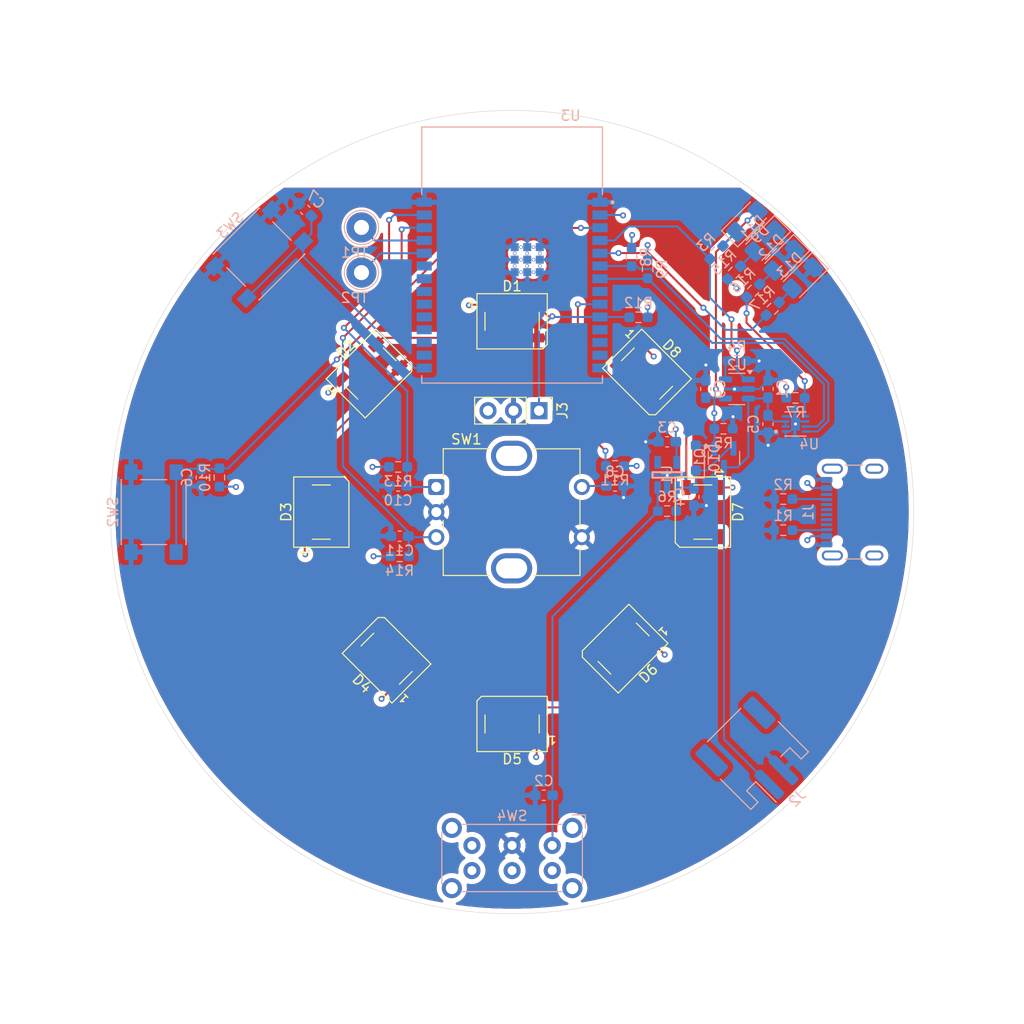
<source format=kicad_pcb>
(kicad_pcb (version 20240108) (generator "pcbnew") (generator_version "8.0")
  (layers (0 "F.Cu" signal) (1 "In1.Cu" signal) (2 "In2.Cu" signal) (31 "B.Cu" signal) (34 "B.Paste" user) (35 "F.Paste" user) (36 "B.SilkS" user "B.Silkscreen") (37 "F.SilkS" user "F.Silkscreen") (38 "B.Mask" user) (39 "F.Mask" user) (44 "Edge.Cuts" user))
  (net 0 "")
  (net 1 "/VBAT")
  (net 2 "GND")
  (net 3 "/VREG_EN")
  (net 4 "+3V3")
  (net 5 "Net-(D10-K)")
  (net 6 "/ESP_EN")
  (net 7 "/BOOT")
  (net 8 "/ENC_BTN")
  (net 9 "VBUS")
  (net 10 "/ENC_A")
  (net 11 "/ENC_B")
  (net 12 "/RGB")
  (net 13 "Net-(D1-DOUT)")
  (net 14 "Net-(D2-DOUT)")
  (net 15 "Net-(D3-DOUT)")
  (net 16 "Net-(D4-DOUT)")
  (net 17 "Net-(D5-DOUT)")
  (net 18 "Net-(D6-DOUT)")
  (net 19 "Net-(D7-DOUT)")
  (net 21 "Net-(D9-K)")
  (net 22 "Net-(D11-A)")
  (net 23 "Net-(D12-A)")
  (net 24 "Net-(D13-A)")
  (net 25 "Net-(J1-CC2)")
  (net 27 "/D-")
  (net 29 "Net-(J1-CC1)")
  (net 32 "/D+")
  (net 33 "/CHG")
  (net 34 "Net-(U2-PROG)")
  (net 35 "/ALERT")
  (net 36 "/SDA")
  (net 37 "/SCL")
  (net 38 "/IND")
  (net 39 "Net-(U3-TXD0{slash}GPIO16)")
  (net 40 "Net-(U3-RXD0{slash}GPIO17)")
  (footprint "LED_SMD:LED_WS2812B_PLCC4_5.0x5.0mm_P3.2mm" (layer "F.Cu") (at 99 110 -90)
    (property "Reference" "D7")
    (property "Value" "WS2812B")
  )
  (footprint "LED_SMD:LED_WS2812B_PLCC4_5.0x5.0mm_P3.2mm" (layer "F.Cu") (at 61 110 90)
    (property "Reference" "D3")
    (property "Value" "WS2812B")
  )
  (footprint "LED_SMD:LED_WS2812B_PLCC4_5.0x5.0mm_P3.2mm" (layer "F.Cu") (at 65.9 96.2 45)
    (property "Reference" "D2")
    (property "Value" "WS2812B")
  )
  (footprint "LED_SMD:LED_WS2812B_PLCC4_5.0x5.0mm_P3.2mm" (layer "F.Cu") (at 80 131.1 180)
    (property "Reference" "D5")
    (property "Value" "WS2812B")
  )
  (footprint "LED_SMD:LED_WS2812B_PLCC4_5.0x5.0mm_P3.2mm" (layer "F.Cu") (at 93.434315 96.200862 -45)
    (property "Reference" "D8")
    (property "Value" "WS2812B")
  )
  (footprint "LED_SMD:LED_WS2812B_PLCC4_5.0x5.0mm_P3.2mm" (layer "F.Cu") (at 91.1 123.6 -135)
    (property "Reference" "D6")
    (property "Value" "WS2812B")
  )
  (footprint "Rotary_Encoder:RotaryEncoder_Bourns_Vertical_PEC12R-3x17F-Sxxxx" (layer "F.Cu") (at 72.45 107.5)
    (property "Reference" "SW1")
    (property "Value" "RotaryEncoder_Switch_MP")
  )
  (footprint "LED_SMD:LED_WS2812B_PLCC4_5.0x5.0mm_P3.2mm" (layer "F.Cu") (at 80 91)
    (property "Reference" "D1")
    (property "Value" "WS2812B")
  )
  (footprint "Connector_PinHeader_2.54mm:PinHeader_1x03_P2.54mm_Vertical" (layer "F.Cu") (at 82.68 99.9 -90)
    (property "Reference" "J3")
    (property "Value" "DNP")
  )
  (footprint "LED_SMD:LED_WS2812B_PLCC4_5.0x5.0mm_P3.2mm" (layer "F.Cu") (at 67.5 124.6 135)
    (property "Reference" "D4")
    (property "Value" "WS2812B")
  )
  (footprint "Package_TO_SOT_SMD:SOT-23" (layer "B.Cu") (at 101.1 104.6 -90)
    (property "Reference" "Q1")
    (property "Value" "DMG2305")
  )
  (footprint "Button_Switch_THT:SW_E-Switch_EG2219_DPDT_Angled" (layer "B.Cu") (at 84 143.2 180)
    (property "Reference" "SW4")
    (property "Value" "SW_SPST")
  )
  (footprint "Resistor_SMD:R_0603_1608Metric_Pad0.98x0.95mm_HandSolder" (layer "B.Cu") (at 107 111.8 180)
    (property "Reference" "R1")
    (property "Value" "5.1k 1%")
  )
  (footprint "Capacitor_SMD:C_0603_1608Metric_Pad1.08x0.95mm_HandSolder" (layer "B.Cu") (at 98.1 108.5 -90)
    (property "Reference" "C4")
    (property "Value" "2.2u")
  )
  (footprint "Capacitor_SMD:C_0603_1608Metric_Pad1.08x0.95mm_HandSolder" (layer "B.Cu") (at 105.475 101.2375 -90)
    (property "Reference" "C5")
    (property "Value" "0.1u")
  )
  (footprint "Resistor_SMD:R_0603_1608Metric_Pad0.98x0.95mm_HandSolder" (layer "B.Cu") (at 101.05 101.7)
    (property "Reference" "R5")
    (property "Value" "100k")
  )
  (footprint "Connector_JST:JST_PH_S2B-PH-SM4-TB_1x02-1MP_P2.00mm_Horizontal" (layer "B.Cu") (at 104.3 134.4 45)
    (property "Reference" "J2")
    (property "Value" "Conn_01x02")
  )
  (footprint "TestPoint:TestPoint_Loop_D2.54mm_Drill1.5mm_Beaded" (layer "B.Cu") (at 65 81.65 180)
    (property "Reference" "TP1")
    (property "Value" "TestPoint")
  )
  (footprint "Capacitor_SMD:C_0603_1608Metric_Pad1.08x0.95mm_HandSolder" (layer "B.Cu") (at 99.2875 97.7375 90)
    (property "Reference" "C9")
    (property "Value" "4.7u")
  )
  (footprint "Resistor_SMD:R_0603_1608Metric_Pad0.98x0.95mm_HandSolder" (layer "B.Cu") (at 92.5875 90.6 180)
    (property "Reference" "R12")
    (property "Value" "100k")
  )
  (footprint "Capacitor_SMD:C_0603_1608Metric_Pad1.08x0.95mm_HandSolder" (layer "B.Cu") (at 95.4375 103 180)
    (property "Reference" "C3")
    (property "Value" "2.2u")
  )
  (footprint "TestPoint:TestPoint_Loop_D2.54mm_Drill1.5mm_Beaded" (layer "B.Cu") (at 65 86.15 180)
    (property "Reference" "TP2")
    (property "Value" "TestPoint")
  )
  (footprint "Package_TO_SOT_SMD:SOT-23-5" (layer "B.Cu") (at 102.3875 97.7375 180)
    (property "Reference" "U2")
    (property "Value" "MCP73831-2-OT")
  )
  (footprint "Capacitor_SMD:C_0603_1608Metric_Pad1.08x0.95mm_HandSolder" (layer "B.Cu") (at 90.25 107.4 180)
    (property "Reference" "C8")
    (property "Value" "0.1u")
  )
  (footprint "Capacitor_SMD:C_0603_1608Metric_Pad1.08x0.95mm_HandSolder" (layer "B.Cu") (at 105.4875 97.7375 90)
    (property "Reference" "C1")
    (property "Value" "4.7u")
  )
  (footprint "Button_Switch_SMD:SW_SPST_PTS645" (layer "B.Cu") (at 44.3 110 -90)
    (property "Reference" "SW2")
    (property "Value" "SW_Push")
  )
  (footprint "Resistor_SMD:R_0603_1608Metric_Pad0.98x0.95mm_HandSolder" (layer "B.Cu") (at 91.9 84.6 90)
    (property "Reference" "R8")
    (property "Value" "4.7k")
  )
  (footprint "Capacitor_SMD:C_0603_1608Metric_Pad1.08x0.95mm_HandSolder" (layer "B.Cu") (at 68.8 112.4)
    (property "Reference" "C11")
    (property "Value" "0.1u")
  )
  (footprint "SnapEDA:SON50P200X200X80-9N" (layer "B.Cu") (at 108.225 101.225)
    (property "Reference" "U4")
    (property "Value" "MAX17048G_T10")
  )
  (footprint "LED_SMD:LED_1206_3216Metric_Pad1.42x1.75mm_HandSolder" (layer "B.Cu") (at 108.951821 86.698179 -135)
    (property "Reference" "D13")
    (property "Value" "Green")
  )
  (footprint "Resistor_SMD:R_0603_1608Metric_Pad0.98x0.95mm_HandSolder" (layer "B.Cu") (at 104.001821 87.948179 -135)
    (property "Reference" "R16")
    (property "Value" "10k")
  )
  (footprint "Capacitor_SMD:C_0603_1608Metric_Pad1.08x0.95mm_HandSolder" (layer "B.Cu") (at 49.05 106.55 -90)
    (property "Reference" "C6")
    (property "Value" "0.1u")
  )
  (footprint "LED_SMD:LED_1206_3216Metric_Pad1.42x1.75mm_HandSolder" (layer "B.Cu") (at 103.401821 81.048179 45)
    (property "Reference" "D9")
    (property "Value" "Yellow")
  )
  (footprint "Resistor_SMD:R_0603_1608Metric_Pad0.98x0.95mm_HandSolder" (layer "B.Cu") (at 100.351821 84.148179 -135)
    (property "Reference" "R3")
    (property "Value" "4.7k")
  )
  (footprint "Button_Switch_SMD:SW_SPST_PTS645" (layer "B.Cu") (at 54.8 84.3 -135)
    (property "Reference" "SW3")
    (property "Value" "SW_Push")
  )
  (footprint "Capacitor_SMD:C_0603_1608Metric_Pad1.08x0.95mm_HandSolder" (layer "B.Cu") (at 59.4 79.9 135)
    (property "Reference" "C7")
    (property "Value" "0.1u")
  )
  (footprint "Resistor_SMD:R_0603_1608Metric_Pad0.98x0.95mm_HandSolder" (layer "B.Cu") (at 50.85 106.55 -90)
    (property "Reference" "R10")
    (property "Value" "100k")
  )
  (footprint "Resistor_SMD:R_0603_1608Metric_Pad0.98x0.95mm_HandSolder" (layer "B.Cu") (at 68.65 105.5)
    (property "Reference" "R13")
    (property "Value" "100k")
  )
  (footprint "SnapEDA:SOT94P280X100-5N" (layer "B.Cu") (at 95.4375 106.3 90)
    (property "Reference" "U1")
    (property "Value" "RT9080-33GJ5")
  )
  (footprint "LED_SMD:LED_1206_3216Metric_Pad1.42x1.75mm_HandSolder" (layer "B.Cu") (at 105.201821 82.998179 -135)
    (property "Reference" "D11")
    (property "Value" "Red")
  )
  (footprint "Resistor_SMD:R_0603_1608Metric_Pad0.98x0.95mm_HandSolder" (layer "B.Cu") (at 107 108.7 180)
    (property "Reference" "R2")
    (property "Value" "5.1k 1%")
  )
  (footprint "LED_SMD:LED_1206_3216Metric_Pad1.42x1.75mm_HandSolder" (layer "B.Cu") (at 107.101821 84.898179 -135)
    (property "Reference" "D12")
    (property "Value" "Amber")
  )
  (footprint "SnapEDA:XCVR_ESP32-C6-WROOM-1-N8" (layer "B.Cu") (at 80 84.4 180)
    (property "Reference" "U3")
    (property "Value" "ESP32-C6-WROOM-1-N8")
  )
  (footprint "Resistor_SMD:R_0603_1608Metric_Pad0.98x0.95mm_HandSolder" (layer "B.Cu") (at 108.225 98.625)
    (property "Reference" "R7")
    (property "Value" "100k")
  )
  (footprint "Resistor_SMD:R_0603_1608Metric_Pad0.98x0.95mm_HandSolder" (layer "B.Cu") (at 105.951821 89.748179 -135)
    (property "Reference" "R17")
    (property "Value" "10k")
  )
  (footprint "Diode_SMD:D_SOD-323_HandSoldering" (layer "B.Cu") (at 98.3 104.6 90)
    (property "Reference" "D10")
    (property "Value" "BAT20J")
  )
  (footprint "Resistor_SMD:R_0603_1608Metric_Pad0.98x0.95mm_HandSolder" (layer "B.Cu") (at 95.4375 109.9 180)
    (property "Reference" "R6")
    (property "Value" "100k")
  )
  (footprint "Capacitor_SMD:C_0603_1608Metric_Pad1.08x0.95mm_HandSolder" (layer "B.Cu") (at 83.162501 138.2 180)
    (property "Reference" "C2")
    (property "Value" "0.1u")
  )
  (footprint "Resistor_SMD:R_0603_1608Metric_Pad0.98x0.95mm_HandSolder" (layer "B.Cu") (at 68.8 114.4)
    (property "Reference" "R14")
    (property "Value" "100k")
  )
  (footprint "Resistor_SMD:R_0603_1608Metric_Pad0.98x0.95mm_HandSolder" (layer "B.Cu") (at 102.3875 94.9375 180)
    (property "Reference" "R4")
    (property "Value" "4.7k")
  )
  (footprint "Connector_USB:USB_C_Receptacle_GCT_USB4105-xx-A_16P_TopMnt_Horizontal" (layer "B.Cu") (at 115 110 -90)
    (property "Reference" "J1")
    (property "Value" "USB_C_Receptacle_USB2.0_14P")
  )
  (footprint "Resistor_SMD:R_0603_1608Metric_Pad0.98x0.95mm_HandSolder" (layer "B.Cu") (at 102.101821 86.148179 -135)
    (property "Reference" "R15")
    (property "Value" "10k")
  )
  (footprint "Resistor_SMD:R_0603_1608Metric_Pad0.98x0.95mm_HandSolder" (layer "B.Cu") (at 90.25 105.4)
    (property "Reference" "R11")
    (property "Value" "100k")
  )
  (footprint "Resistor_SMD:R_0603_1608Metric_Pad0.98x0.95mm_HandSolder" (layer "B.Cu") (at 93.5 85.8 90)
    (property "Reference" "R9")
    (property "Value" "4.7k")
  )
  (footprint "Capacitor_SMD:C_0603_1608Metric_Pad1.08x0.95mm_HandSolder" (layer "B.Cu") (at 68.65 107.4)
    (property "Reference" "C10")
    (property "Value" "0.1u")
  )
  (gr_circle (center 80 110) (end 120 110) (stroke (width 0.05)) (fill none) (layer "Edge.Cuts"))
  (segment (start 107.24 100.975) (end 106.075 100.975) (width 0.2) (layer "B.Cu") (net 1))
  (segment (start 105.608148 137.122362) (end 101.1 132.614214) (width 0.2) (layer "B.Cu") (net 1))
  (segment (start 103.5 98.7125) (end 103.525 98.6875) (width 0.2) (layer "B.Cu") (net 1))
  (segment (start 103.525 98.6875) (end 103.525 104.475) (width 0.2) (layer "B.Cu") (net 1))
  (segment (start 105.475 100.375) (end 105.475 98.6125) (width 0.2) (layer "B.Cu") (net 1))
  (segment (start 107.24 101.475) (end 107.24 100.975) (width 0.2) (layer "B.Cu") (net 1))
  (segment (start 105.475 98.6125) (end 105.4875 98.6) (width 0.2) (layer "B.Cu") (net 1))
  (segment (start 104.6 98.6875) (end 105.4 98.6875) (width 0.2) (layer "B.Cu") (net 1))
  (segment (start 101.1 132.614214) (end 101.1 105.5375) (width 0.2) (layer "B.Cu") (net 1))
  (segment (start 103.525 98.6875) (end 104.6 98.6875) (width 0.2) (layer "B.Cu") (net 1))
  (segment (start 106.075 100.975) (end 105.475 100.375) (width 0.2) (layer "B.Cu") (net 1))
  (segment (start 103.525 104.475) (end 102.4625 105.5375) (width 0.2) (layer "B.Cu") (net 1))
  (segment (start 102.4625 105.5375) (end 101.1 105.5375) (width 0.2) (layer "B.Cu") (net 1))
  (segment (start 105.4 98.6875) (end 105.4875 98.6) (width 0.2) (layer "B.Cu") (net 1))
  (via (at 102 100.5) (size 0.6) (drill 0.3) (layers "F.Cu" "B.Cu") (net 2))
  (via (at 91.1 108.55) (size 0.6) (drill 0.3) (layers "F.Cu" "B.Cu") (net 2))
  (via (at 99.3 95.35) (size 0.6) (drill 0.3) (layers "F.Cu" "B.Cu") (net 2))
  (via (at 99.35 109.35) (size 0.6) (drill 0.3) (layers "F.Cu" "B.Cu") (net 2))
  (via (at 95.45 106.35) (size 0.6) (drill 0.3) (layers "F.Cu" "B.Cu") (net 2))
  (via (at 108.225 101.225) (size 0.6) (drill 0.3) (layers "F.Cu" "B.Cu") (net 2))
  (via (at 93.3 103) (size 0.6) (drill 0.3) (layers "F.Cu" "B.Cu") (net 2))
  (via (at 104.6 94.95) (size 0.6) (drill 0.3) (layers "F.Cu" "B.Cu") (net 2))
  (via (at 102.15 97.75) (size 0.6) (drill 0.3) (layers "F.Cu" "B.Cu") (net 2))
  (via (at 105.5 103.35) (size 0.6) (drill 0.3) (layers "F.Cu" "B.Cu") (net 2))
  (segment (start 105.475 103.325) (end 105.5 103.35) (width 0.2) (layer "B.Cu") (net 2))
  (segment (start 95.4375 106.3625) (end 95.45 106.35) (width 0.2) (layer "B.Cu") (net 2))
  (segment (start 102.1625 97.7375) (end 102.15 97.75) (width 0.2) (layer "B.Cu") (net 2))
  (segment (start 103.3 94.9375) (end 104.5875 94.9375) (width 0.2) (layer "B.Cu") (net 2))
  (segment (start 108.475 100.975) (end 108.225 101.225) (width 0.2) (layer "B.Cu") (net 2))
  (segment (start 107.660428 100.475) (end 108.225 101.039572) (width 0.2) (layer "B.Cu") (net 2))
  (segment (start 91.1125 108.5375) (end 91.1 108.55) (width 0.2) (layer "B.Cu") (net 2))
  (segment (start 98.1 109.3625) (end 99.3375 109.3625) (width 0.2) (layer "B.Cu") (net 2))
  (segment (start 104.625 97.7375) (end 105.4875 96.875) (width 0.2) (layer "B.Cu") (net 2))
  (segment (start 108.225 101.410428) (end 108.225 101.225) (width 0.2) (layer "B.Cu") (net 2))
  (segment (start 99.2875 96.875) (end 99.2875 95.3625) (width 0.2) (layer "B.Cu") (net 2))
  (segment (start 107.24 100.475) (end 107.660428 100.475) (width 0.2) (layer "B.Cu") (net 2))
  (segment (start 101.9625 100.5375) (end 102 100.5) (width 0.2) (layer "B.Cu") (net 2))
  (segment (start 108.225 101.039572) (end 108.225 101.225) (width 0.2) (layer "B.Cu") (net 2))
  (segment (start 107.24 101.975) (end 107.660428 101.975) (width 0.2) (layer "B.Cu") (net 2))
  (segment (start 107.660428 101.975) (end 108.225 101.410428) (width 0.2) (layer "B.Cu") (net 2))
  (segment (start 105.475 102.1) (end 105.475 103.325) (width 0.2) (layer "B.Cu") (net 2))
  (segment (start 103.525 97.7375) (end 104.625 97.7375) (width 0.2) (layer "B.Cu") (net 2))
  (segment (start 104.5875 94.9375) (end 104.6 94.95) (width 0.2) (layer "B.Cu") (net 2))
  (segment (start 103.525 97.7375) (end 102.1625 97.7375) (width 0.2) (layer "B.Cu") (net 2))
  (segment (start 109.21 100.975) (end 108.475 100.975) (width 0.2) (layer "B.Cu") (net 2))
  (segment (start 95.4375 107.55) (end 95.4375 106.3625) (width 0.2) (layer "B.Cu") (net 2))
  (segment (start 94.575 103) (end 93.3 103) (width 0.2) (layer "B.Cu") (net 2))
  (segment (start 99.2875 95.3625) (end 99.3 95.35) (width 0.2) (layer "B.Cu") (net 2))
  (segment (start 91.1125 107.4) (end 91.1125 108.5375) (width 0.2) (layer "B.Cu") (net 2))
  (segment (start 101.9625 101.7) (end 101.9625 100.5375) (width 0.2) (layer "B.Cu") (net 2))
  (segment (start 99.3375 109.3625) (end 99.35 109.35) (width 0.2) (layer "B.Cu") (net 2))
  (segment (start 84.025002 143.174998) (end 84 143.2) (width 0.2) (layer "B.Cu") (net 3))
  (segment (start 84.025002 138.2) (end 84.025002 143.174998) (width 0.2) (layer "B.Cu") (net 3))
  (segment (start 94.4975 109.8725) (end 94.525 109.9) (width 0.2) (layer "B.Cu") (net 3))
  (segment (start 94.4975 107.55) (end 94.4975 109.8725) (width 0.2) (layer "B.Cu") (net 3))
  (segment (start 84.025002 138.2) (end 84.025002 120.399998) (width 0.2) (layer "B.Cu") (net 3))
  (segment (start 84.025002 120.399998) (end 94.525 109.9) (width 0.2) (layer "B.Cu") (net 3))
  (segment (start 82.45 134.35) (end 82.4 134.4) (width 0.2) (layer "F.Cu") (net 4))
  (segment (start 59.35 112.45) (end 59.35 114.15) (width 0.2) (layer "F.Cu") (net 4))
  (segment (start 94.034315 123.034315) (end 95.2 124.2) (width 0.2) (layer "F.Cu") (net 4))
  (segment (start 63.000862 96.765685) (end 63.000862 96.799138) (width 0.2) (layer "F.Cu") (net 4))
  (segment (start 93.999138 123.034315) (end 94.034315 123.034315) (width 0.2) (layer "F.Cu") (net 4))
  (segment (start 82.45 132.75) (end 82.45 134.35) (width 0.2) (layer "F.Cu") (net 4))
  (segment (start 92.86863 93.301724) (end 92.901724 93.301724) (width 0.2) (layer "F.Cu") (net 4))
  (segment (start 68.065685 127.499138) (end 68.065685 127.534315) (width 0.2) (layer "F.Cu") (net 4))
  (segment (start 92.901724 93.301724) (end 94.1 94.5) (width 0.2) (layer "F.Cu") (net 4))
  (segment (start 77.55 89.35) (end 75.75 89.35) (width 0.2) (layer "F.Cu") (net 4))
  (segment (start 75.75 89.35) (end 75.7 89.4) (width 0.2) (layer "F.Cu") (net 4))
  (segment (start 59.35 114.15) (end 59.4 114.2) (width 0.2) (layer "F.Cu") (net 4))
  (segment (start 63.000862 96.799138) (end 61.7 98.1) (width 0.2) (layer "F.Cu") (net 4))
  (segment (start 68.065685 127.534315) (end 67 128.6) (width 0.2) (layer "F.Cu") (net 4))
  (segment (start 100.65 107.55) (end 101.95 107.55) (width 0.2) (layer "F.Cu") (net 4))
  (via (at 91.05 80.45) (size 0.6) (drill 0.3) (layers "F.Cu" "B.Cu") (net 4))
  (via (at 102.35 87.7) (size 0.6) (drill 0.3) (layers "F.Cu" "B.Cu") (net 4))
  (via (at 93.5 89.6) (size 0.6) (drill 0.3) (layers "F.Cu" "B.Cu") (net 4))
  (via (at 107.3 97.55) (size 0.6) (drill 0.3) (layers "F.Cu" "B.Cu") (net 4))
  (via (at 82.4 134.4) (size 0.6) (drill 0.3) (layers "F.Cu" "B.Cu") (net 4))
  (via (at 96.3 101.75) (size 0.6) (drill 0.3) (layers "F.Cu" "B.Cu") (net 4))
  (via (at 59.4 114.2) (size 0.6) (drill 0.3) (layers "F.Cu" "B.Cu") (net 4))
  (via (at 101.95 107.55) (size 0.6) (drill 0.3) (layers "F.Cu" "B.Cu") (net 4))
  (via (at 66.2 114.4) (size 0.6) (drill 0.3) (layers "F.Cu" "B.Cu") (net 4))
  (via (at 91.95 82.4) (size 0.6) (drill 0.3) (layers "F.Cu" "B.Cu") (net 4))
  (via (at 61.7 98.1) (size 0.6) (drill 0.3) (layers "F.Cu" "B.Cu") (net 4))
  (via (at 52.5 107.5) (size 0.6) (drill 0.3) (layers "F.Cu" "B.Cu") (net 4))
  (via (at 66.1 105.5) (size 0.6) (drill 0.3) (layers "F.Cu" "B.Cu") (net 4))
  (via (at 67 128.6) (size 0.6) (drill 0.3) (layers "F.Cu" "B.Cu") (net 4))
  (via (at 94.1 94.5) (size 0.6) (drill 0.3) (layers "F.Cu" "B.Cu") (net 4))
  (via (at 95.2 124.2) (size 0.6) (drill 0.3) (layers "F.Cu" "B.Cu") (net 4))
  (via (at 92.4 105.4) (size 0.6) (drill 0.3) (layers "F.Cu" "B.Cu") (net 4))
  (via (at 93.5 83.4) (size 0.6) (drill 0.3) (layers "F.Cu" "B.Cu") (net 4))
  (via (at 75.7 89.4) (size 0.6) (drill 0.3) (layers "F.Cu" "B.Cu") (net 4))
  (segment (start 93.5 84.8875) (end 93.5 83.4) (width 0.2) (layer "B.Cu") (net 4))
  (segment (start 101.456586 86.806586) (end 102.35 87.7) (width 0.2) (layer "B.Cu") (net 4))
  (segment (start 91.01 80.41) (end 91.05 80.45) (width 0.2) (layer "B.Cu") (net 4))
  (segment (start 96.3 103.1) (end 96.3775 103.1775) (width 0.2) (layer "B.Cu") (net 4))
  (segment (start 90.61 80.41) (end 91.01 80.41) (width 0.2) (layer "B.Cu") (net 4))
  (segment (start 52.4625 107.4625) (end 52.5 107.5) (width 0.2) (layer "B.Cu") (net 4))
  (segment (start 96.3 103) (end 96.3 103.1) (width 0.2) (layer "B.Cu") (net 4))
  (segment (start 93.5 90.6) (end 93.5 89.6) (width 0.2) (layer "B.Cu") (net 4))
  (segment (start 91.9 83.6875) (end 91.9 82.45) (width 0.2) (layer "B.Cu") (net 4))
  (segment (start 67.7375 105.5) (end 66.1 105.5) (width 0.2) (layer "B.Cu") (net 4))
  (segment (start 88.75 80.41) (end 90.61 80.41) (width 0.2) (layer "B.Cu") (net 4))
  (segment (start 91.9 82.45) (end 91.95 82.4) (width 0.2) (layer "B.Cu") (net 4))
  (segment (start 107.3125 98.625) (end 107.3125 97.5625) (width 0.2) (layer "B.Cu") (net 4))
  (segment (start 96.3775 103.1775) (end 96.3775 105.05) (width 0.2) (layer "B.Cu") (net 4))
  (segment (start 101.456586 86.793414) (end 101.406586 86.793414) (width 0.2) (layer "B.Cu") (net 4))
  (segment (start 91.1625 105.4) (end 92.4 105.4) (width 0.2) (layer "B.Cu") (net 4))
  (segment (start 67.8875 114.4) (end 66.2 114.4) (width 0.2) (layer "B.Cu") (net 4))
  (segment (start 96.3 103) (end 96.3 101.75) (width 0.2) (layer "B.Cu") (net 4))
  (segment (start 101.456586 86.793414) (end 101.456586 86.806586) (width 0.2) (layer "B.Cu") (net 4))
  (segment (start 50.85 107.4625) (end 52.4625 107.4625) (width 0.2) (layer "B.Cu") (net 4))
  (segment (start 107.3125 97.5625) (end 107.3 97.55) (width 0.2) (layer "B.Cu") (net 4))
  (segment (start 99.409448 105.85) (end 101.596948 103.6625) (width 0.2) (layer "B.Cu") (net 5))
  (segment (start 96.3775 107.55) (end 97.85 107.55) (width 0.2) (layer "B.Cu") (net 5))
  (segment (start 98.3 105.85) (end 98.3 107.4375) (width 0.2) (layer "B.Cu") (net 5))
  (segment (start 96.3775 107.55) (end 96.3775 109.8725) (width 0.2) (layer "B.Cu") (net 5))
  (segment (start 98.3 105.85) (end 99.409448 105.85) (width 0.2) (layer "B.Cu") (net 5))
  (segment (start 98.3 107.4375) (end 98.1 107.6375) (width 0.2) (layer "B.Cu") (net 5))
  (segment (start 101.596948 103.6625) (end 102.05 103.6625) (width 0.2) (layer "B.Cu") (net 5))
  (segment (start 96.3775 109.8725) (end 96.35 109.9) (width 0.2) (layer "B.Cu") (net 5))
  (segment (start 62.55 94.8) (end 75.65 81.7) (width 0.2) (layer "F.Cu") (net 6))
  (segment (start 75.65 81.7) (end 86.85 81.7) (width 0.2) (layer "F.Cu") (net 6))
  (via (at 86.85 81.7) (size 0.6) (drill 0.3) (layers "F.Cu" "B.Cu") (net 6))
  (via (at 62.55 94.8) (size 0.6) (drill 0.3) (layers "F.Cu" "B.Cu") (net 6))
  (segment (start 50.85 105.6375) (end 51.7125 105.6375) (width 0.2) (layer "B.Cu") (net 6))
  (segment (start 46.55 106.02) (end 46.68 106.02) (width 0.2) (layer "B.Cu") (net 6))
  (segment (start 50.8 105.6875) (end 50.85 105.6375) (width 0.2) (layer "B.Cu") (net 6))
  (segment (start 49.05 105.6875) (end 50.8 105.6875) (width 0.2) (layer "B.Cu") (net 6))
  (segment (start 47.0125 105.6875) (end 49.05 105.6875) (width 0.2) (layer "B.Cu") (net 6))
  (segment (start 46.55 106.02) (end 46.55 113.98) (width 0.2) (layer "B.Cu") (net 6))
  (segment (start 51.7125 105.6375) (end 62.55 94.8) (width 0.2) (layer "B.Cu") (net 6))
  (segment (start 86.85 81.7) (end 88.73 81.7) (width 0.2) (layer "B.Cu") (net 6))
  (segment (start 88.73 81.7) (end 88.75 81.68) (width 0.2) (layer "B.Cu") (net 6))
  (segment (start 46.68 106.02) (end 47.0125 105.6875) (width 0.2) (layer "B.Cu") (net 6))
  (segment (start 70.3 95.65) (end 71.25 95.65) (width 0.2) (layer "B.Cu") (net 7))
  (segment (start 60.00988 82.2721) (end 59.205275 83.076705) (width 0.2) (layer "B.Cu") (net 7))
  (segment (start 59.205275 83.076705) (end 59.205275 84.555275) (width 0.2) (layer "B.Cu") (net 7))
  (segment (start 60.00988 80.50988) (end 60.00988 82.2721) (width 0.2) (layer "B.Cu") (net 7))
  (segment (start 53.576705 88.705275) (end 59.205275 83.076705) (width 0.2) (layer "B.Cu") (net 7))
  (segment (start 59.205275 84.555275) (end 70.3 95.65) (width 0.2) (layer "B.Cu") (net 7))
  (segment (start 86.55 101.15) (end 89.3 103.9) (width 0.2) (layer "F.Cu") (net 8))
  (segment (start 86.55 89.3) (end 86.55 101.15) (width 0.2) (layer "F.Cu") (net 8))
  (via (at 86.55 89.3) (size 0.6) (drill 0.3) (layers "F.Cu" "B.Cu") (net 8))
  (via (at 89.3 103.9) (size 0.6) (drill 0.3) (layers "F.Cu" "B.Cu") (net 8))
  (segment (start 89.3375 105.4) (end 89.3375 107.35) (width 0.2) (layer "B.Cu") (net 8))
  (segment (start 89.3 103.9) (end 89.3 105.3625) (width 0.2) (layer "B.Cu") (net 8))
  (segment (start 89.3 105.3625) (end 89.3375 105.4) (width 0.2) (layer "B.Cu") (net 8))
  (segment (start 87.05 107.4) (end 86.95 107.5) (width 0.2) (layer "B.Cu") (net 8))
  (segment (start 89.3875 107.4) (end 87.05 107.4) (width 0.2) (layer "B.Cu") (net 8))
  (segment (start 89.3375 107.35) (end 89.3875 107.4) (width 0.2) (layer "B.Cu") (net 8))
  (segment (start 88.75 89.3) (end 86.55 89.3) (width 0.2) (layer "B.Cu") (net 8))
  (segment (start 100.3 97.75) (end 100.3 84.1) (width 0.2) (layer "F.Cu") (net 9))
  (segment (start 100.3 84.1) (end 103.45 80.95) (width 0.2) (layer "F.Cu") (net 9))
  (via (at 109.4 112.8) (size 0.6) (drill 0.3) (layers "F.Cu" "B.Cu") (net 9))
  (via (at 109.4 107.1) (size 0.6) (drill 0.3) (layers "F.Cu" "B.Cu") (net 9))
  (via (at 100.1375 100.15) (size 0.6) (drill 0.3) (layers "F.Cu" "B.Cu") (net 9))
  (via (at 100.3 97.75) (size 0.6) (drill 0.3) (layers "F.Cu" "B.Cu") (net 9))
  (via (at 103.45 80.95) (size 0.6) (drill 0.3) (layers "F.Cu" "B.Cu") (net 9))
  (segment (start 101.1625 98.6) (end 101.25 98.6875) (width 0.2) (layer "B.Cu") (net 9))
  (segment (start 109.9 107.6) (end 111.32 107.6) (width 0.2) (layer "B.Cu") (net 9))
  (segment (start 103.45 80.95) (end 103.5 80.95) (width 0.2) (layer "B.Cu") (net 9))
  (segment (start 100.15 101.7125) (end 100.1375 101.7) (width 0.2) (layer "B.Cu") (net 9))
  (segment (start 111.32 112.4) (end 109.8 112.4) (width 0.2) (layer "B.Cu") (net 9))
  (segment (start 100.15 103.6625) (end 100.15 101.7125) (width 0.2) (layer "B.Cu") (net 9))
  (segment (start 100.2 98.6) (end 100.2 97.85) (width 0.2) (layer "B.Cu") (net 9))
  (segment (start 99.2875 98.6) (end 100.1 98.6) (width 0.2) (layer "B.Cu") (net 9))
  (segment (start 99.8375 103.35) (end 100.15 103.6625) (width 0.2) (layer "B.Cu") (net 9))
  (segment (start 100.1375 98.6375) (end 100.1 98.6) (width 0.2) (layer "B.Cu") (net 9))
  (segment (start 109.4 107.1) (end 109.9 107.6) (width 0.2) (layer "B.Cu") (net 9))
  (segment (start 100.2 98.6) (end 101.1625 98.6) (width 0.2) (layer "B.Cu") (net 9))
  (segment (start 103.5 80.95) (end 104.453642 79.996358) (width 0.2) (layer "B.Cu") (net 9))
  (segment (start 99.9125 103.425) (end 100.15 103.6625) (width 0.2) (layer "B.Cu") (net 9))
  (segment (start 98.3 103.35) (end 99.8375 103.35) (width 0.2) (layer "B.Cu") (net 9))
  (segment (start 109.8 112.4) (end 109.4 112.8) (width 0.2) (layer "B.Cu") (net 9))
  (segment (start 100.2 97.85) (end 100.3 97.75) (width 0.2) (layer "B.Cu") (net 9))
  (segment (start 100.1375 101.7) (end 100.1375 98.6375) (width 0.2) (layer "B.Cu") (net 9))
  (segment (start 100.1 98.6) (end 100.2 98.6) (width 0.2) (layer "B.Cu") (net 9))
  (segment (start 67.75 80.9) (end 67.75 87.15) (width 0.2) (layer "F.Cu") (net 10))
  (segment (start 67.75 87.15) (end 63.25 91.65) (width 0.2) (layer "F.Cu") (net 10))
  (via (at 63.25 91.65) (size 0.6) (drill 0.3) (layers "F.Cu" "B.Cu") (net 10))
  (via (at 67.75 80.9) (size 0.6) (drill 0.3) (layers "F.Cu" "B.Cu") (net 10))
  (segment (start 69.5125 105.55) (end 69.5625 105.5) (width 0.2) (layer "B.Cu") (net 10))
  (segment (start 69.5125 107.4) (end 69.6 107.4) (width 0.2) (layer "B.Cu") (net 10))
  (segment (start 69.5625 97.9625) (end 69.5625 105.5) (width 0.2) (layer "B.Cu") (net 10))
  (segment (start 68.24 80.41) (end 67.75 80.9) (width 0.2) (layer "B.Cu") (net 10))
  (segment (start 71.25 80.41) (end 68.24 80.41) (width 0.2) (layer "B.Cu") (net 10))
  (segment (start 69.5125 107.4) (end 69.5125 105.55) (width 0.2) (layer "B.Cu") (net 10))
  (segment (start 63.25 91.65) (end 69.5625 97.9625) (width 0.2) (layer "B.Cu") (net 10))
  (segment (start 69.7 107.5) (end 72.45 107.5) (width 0.2) (layer "B.Cu") (net 10))
  (segment (start 69.6 107.4) (end 69.7 107.5) (width 0.2) (layer "B.Cu") (net 10))
  (segment (start 69 86.8) (end 63.15 92.65) (width 0.2) (layer "F.Cu") (net 11))
  (segment (start 69 81.85) (end 69 86.8) (width 0.2) (layer "F.Cu") (net 11))
  (via (at 63.15 92.65) (size 0.6) (drill 0.3) (layers "F.Cu" "B.Cu") (net 11))
  (via (at 69 81.85) (size 0.6) (drill 0.3) (layers "F.Cu" "B.Cu") (net 11))
  (segment (start 69.7625 112.5) (end 72.45 112.5) (width 0.2) (layer "B.Cu") (net 11))
  (segment (start 69.17 81.68) (end 69 81.85) (width 0.2) (layer "B.Cu") (net 11))
  (segment (start 63.15 105.45) (end 69.6625 111.9625) (width 0.2) (layer "B.Cu") (net 11))
  (segment (start 63.15 92.65) (end 63.15 105.45) (width 0.2) (layer "B.Cu") (net 11))
  (segment (start 69.6625 112.4) (end 69.7625 112.5) (width 0.2) (layer "B.Cu") (net 11))
  (segment (start 69.6625 111.9625) (end 69.6625 112.4) (width 0.2) (layer "B.Cu") (net 11))
  (segment (start 69.7125 114.4) (end 69.7125 112.45) (width 0.2) (layer "B.Cu") (net 11))
  (segment (start 69.7125 112.45) (end 69.6625 112.4) (width 0.2) (layer "B.Cu") (net 11))
  (segment (start 71.25 81.68) (end 69.17 81.68) (width 0.2) (layer "B.Cu") (net 11))
  (segment (start 83.6 90.5) (end 82.45 89.35) (width 0.2) (layer "F.Cu") (net 12))
  (segment (start 84 90.5) (end 83.6 90.5) (width 0.2) (layer "F.Cu") (net 12))
  (via (at 84 90.5) (size 0.6) (drill 0.3) (layers "F.Cu" "B.Cu") (net 12))
  (segment (start 84.07 90.57) (end 84 90.5) (width 0.2) (layer "B.Cu") (net 12))
  (segment (start 88.75 90.57) (end 91.645 90.57) (width 0.2) (layer "B.Cu") (net 12))
  (segment (start 91.645 90.57) (end 91.675 90.6) (width 0.2) (layer "B.Cu") (net 12))
  (segment (start 82.68 91.82) (end 82.68 99.9) (width 0.2) (layer "B.Cu") (net 12))
  (segment (start 84 90.5) (end 82.68 91.82) (width 0.2) (layer "B.Cu") (net 12))
  (segment (start 88.75 90.57) (end 84.07 90.57) (width 0.2) (layer "B.Cu") (net 12))
  (segment (start 67.116547 92.65) (end 66.465685 93.300862) (width 0.2) (layer "F.Cu") (net 13))
  (segment (start 77.55 92.65) (end 67.116547 92.65) (width 0.2) (layer "F.Cu") (net 13))
  (segment (start 65.334315 99.099138) (end 59.35 105.083453) (width 0.2) (layer "F.Cu") (net 14))
  (segment (start 59.35 105.083453) (end 59.35 107.55) (width 0.2) (layer "F.Cu") (net 14))
  (segment (start 62.65 112.45) (end 62.65 122.083453) (width 0.2) (layer "F.Cu") (net 15))
  (segment (start 62.65 122.083453) (end 64.600862 124.034315) (width 0.2) (layer "F.Cu") (net 15))
  (segment (start 77.55 132.316547) (end 77.55 132.75) (width 0.2) (layer "F.Cu") (net 16))
  (segment (start 70.399138 125.165685) (end 77.55 132.316547) (width 0.2) (layer "F.Cu") (net 16))
  (segment (start 82.45 129.45) (end 87.583453 129.45) (width 0.2) (layer "F.Cu") (net 17))
  (segment (start 87.583453 129.45) (end 90.534315 126.499138) (width 0.2) (layer "F.Cu") (net 17))
  (segment (start 91.665685 120.700862) (end 99.916547 112.45) (width 0.2) (layer "F.Cu") (net 18))
  (segment (start 99.916547 112.45) (end 100.65 112.45) (width 0.2) (layer "F.Cu") (net 18))
  (segment (start 97.35 97.783094) (end 96.333453 96.766547) (width 0.2) (layer "F.Cu") (net 19))
  (segment (start 97.35 107.55) (end 97.35 97.783094) (width 0.2) (layer "F.Cu") (net 19))
  (segment (start 100.997056 83.502944) (end 100.997056 83.452944) (width 0.2) (layer "B.Cu") (net 21))
  (segment (start 100.997056 83.452944) (end 102.35 82.1) (width 0.2) (layer "B.Cu") (net 21))
  (segment (start 104.15 84.1) (end 104.15 84.05) (width 0.2) (layer "B.Cu") (net 22))
  (segment (start 102.747056 85.502944) (end 104.15 84.1) (width 0.2) (layer "B.Cu") (net 22))
  (segment (start 104.697056 87.302944) (end 106.05 85.95) (width 0.2) (layer "B.Cu") (net 23))
  (segment (start 104.647056 87.302944) (end 104.697056 87.302944) (width 0.2) (layer "B.Cu") (net 23))
  (segment (start 106.597056 89.052944) (end 107.9 87.75) (width 0.2) (layer "B.Cu") (net 24))
  (segment (start 106.597056 89.102944) (end 106.597056 89.052944) (width 0.2) (layer "B.Cu") (net 24))
  (segment (start 107.9125 111.8) (end 111.27 111.8) (width 0.2) (layer "B.Cu") (net 25))
  (segment (start 111.27 111.8) (end 111.32 111.75) (width 0.2) (layer "B.Cu") (net 25))
  (segment (start 111.270001 108.7) (end 111.320001 108.75) (width 0.2) (layer "B.Cu") (net 29))
  (segment (start 107.9125 108.7) (end 111.270001 108.7) (width 0.2) (layer "B.Cu") (net 29))
  (segment (start 101.85 93.35) (end 102.4 93.9) (width 0.2) (layer "F.Cu") (net 33))
  (segment (start 101.85 90.8) (end 101.85 93.35) (width 0.2) (layer "F.Cu") (net 33))
  (via (at 101.85 90.8) (size 0.6) (drill 0.3) (layers "F.Cu" "B.Cu") (net 33))
  (via (at 102.4 93.9) (size 0.6) (drill 0.3) (layers "F.Cu" "B.Cu") (net 33))
  (segment (start 88.8 82.9) (end 88.75 82.95) (width 0.2) (layer "B.Cu") (net 33))
  (segment (start 103.525 96.7875) (end 103.2875 96.7875) (width 0.2) (layer "B.Cu") (net 33))
  (segment (start 99.706586 84.793414) (end 99.706586 88.656586) (width 0.2) (layer "B.Cu") (net 33))
  (segment (start 103.2875 96.7875) (end 102.4 95.9) (width 0.2) (layer "B.Cu") (net 33))
  (segment (start 102.4 93.9) (end 102.4 95.9) (width 0.2) (layer "B.Cu") (net 33))
  (segment (start 90.2 82.95) (end 88.75 82.95) (width 0.2) (layer "B.Cu") (net 33))
  (segment (start 99.706586 88.656586) (end 101.85 90.8) (width 0.2) (layer "B.Cu") (net 33))
  (segment (start 96.463172 81.55) (end 91.6 81.55) (width 0.2) (layer "B.Cu") (net 33))
  (segment (start 91.6 81.55) (end 90.2 82.95) (width 0.2) (layer "B.Cu") (net 33))
  (segment (start 99.706586 84.793414) (end 96.463172 81.55) (width 0.2) (layer "B.Cu") (net 33))
  (segment (start 101.25 96.7875) (end 101.25 95.1625) (width 0.2) (layer "B.Cu") (net 34))
  (segment (start 103.35 91.15) (end 109.15 96.95) (width 0.2) (layer "F.Cu") (net 35))
  (segment (start 103.35 90.2) (end 103.35 91.15) (width 0.2) (layer "F.Cu") (net 35))
  (via (at 109.15 96.95) (size 0.6) (drill 0.3) (layers "F.Cu" "B.Cu") (net 35))
  (via (at 103.35 90.2) (size 0.6) (drill 0.3) (layers "F.Cu" "B.Cu") (net 35))
  (segment (start 109.15 96.95) (end 109.15 98.6125) (width 0.2) (layer "B.Cu") (net 35))
  (segment (start 103.356586 88.593414) (end 103.356586 90.193414) (width 0.2) (layer "B.Cu") (net 35))
  (segment (start 109.15 98.6125) (end 109.1375 98.625) (width 0.2) (layer "B.Cu") (net 35))
  (segment (start 109.1375 98.625) (end 109.1125 98.625) (width 0.2) (layer "B.Cu") (net 35))
  (segment (start 109.1375 98.625) (end 109.1375 100.4025) (width 0.2) (layer "B.Cu") (net 35))
  (segment (start 103.356586 90.193414) (end 103.35 90.2) (width 0.2) (layer "B.Cu") (net 35))
  (segment (start 109.1375 100.4025) (end 109.21 100.475) (width 0.2) (layer "B.Cu") (net 35))
  (segment (start 91.9 85.5125) (end 92.4125 85.5125) (width 0.2) (layer "B.Cu") (net 36))
  (segment (start 111.5 100.915686) (end 110.440686 101.975) (width 0.2) (layer "B.Cu") (net 36))
  (segment (start 92.7 85.8) (end 93.841722 85.8) (width 0.2) (layer "B.Cu") (net 36))
  (segment (start 109.7625 101.975) (end 109.21 101.975) (width 0.2) (layer "B.Cu") (net 36))
  (segment (start 110.440686 101.975) (end 109.21 101.975) (width 0.2) (layer "B.Cu") (net 36))
  (segment (start 93.841722 85.8) (end 100.791722 92.75) (width 0.2) (layer "B.Cu") (net 36))
  (segment (start 100.791722 92.75) (end 107.115686 92.75) (width 0.2) (layer "B.Cu") (net 36))
  (segment (start 88.75 85.49) (end 91.8775 85.49) (width 0.2) (layer "B.Cu") (net 36))
  (segment (start 107.115686 92.75) (end 111.5 97.134314) (width 0.2) (layer "B.Cu") (net 36))
  (segment (start 111.5 97.134314) (end 111.5 100.915686) (width 0.2) (layer "B.Cu") (net 36))
  (segment (start 92.4125 85.5125) (end 92.7 85.8) (width 0.2) (layer "B.Cu") (net 36))
  (segment (start 91.8775 85.49) (end 91.9 85.5125) (width 0.2) (layer "B.Cu") (net 36))
  (segment (start 93.5 86.7125) (end 99.9375 93.15) (width 0.2) (layer "B.Cu") (net 37))
  (segment (start 93.265 86.76) (end 88.75 86.76) (width 0.2) (layer "B.Cu") (net 37))
  (segment (start 111.05 100.8) (end 110.375 101.475) (width 0.2) (layer "B.Cu") (net 37))
  (segment (start 93.5 86.7125) (end 93.3125 86.7125) (width 0.2) (layer "B.Cu") (net 37))
  (segment (start 110.375 101.475) (end 109.21 101.475) (width 0.2) (layer "B.Cu") (net 37))
  (segment (start 111.05 97.25) (end 111.05 100.8) (width 0.2) (layer "B.Cu") (net 37))
  (segment (start 93.3125 86.7125) (end 93.265 86.76) (width 0.2) (layer "B.Cu") (net 37))
  (segment (start 99.9375 93.15) (end 106.95 93.15) (width 0.2) (layer "B.Cu") (net 37))
  (segment (start 106.95 93.15) (end 111.05 97.25) (width 0.2) (layer "B.Cu") (net 37))
  (segment (start 93.6 84.2) (end 99.05 89.65) (width 0.2) (layer "F.Cu") (net 38))
  (segment (start 90.6 84.2) (end 93.6 84.2) (width 0.2) (layer "F.Cu") (net 38))
  (via (at 90.6 84.2) (size 0.6) (drill 0.3) (layers "F.Cu" "B.Cu") (net 38))
  (via (at 99.05 89.65) (size 0.6) (drill 0.3) (layers "F.Cu" "B.Cu") (net 38))
  (segment (start 88.75 84.22) (end 90.58 84.22) (width 0.2) (layer "B.Cu") (net 38))
  (segment (start 103.85 91.85) (end 105.306586 90.393414) (width 0.2) (layer "B.Cu") (net 38))
  (segment (start 101.25 91.85) (end 103.85 91.85) (width 0.2) (layer "B.Cu") (net 38))
  (segment (start 90.58 84.22) (end 90.6 84.2) (width 0.2) (layer "B.Cu") (net 38))
  (segment (start 99.05 89.65) (end 101.25 91.85) (width 0.2) (layer "B.Cu") (net 38))
  (segment (start 65 81.65) (end 66.3 82.95) (width 0.2) (layer "B.Cu") (net 39))
  (segment (start 66.3 82.95) (end 71.25 82.95) (width 0.2) (layer "B.Cu") (net 39))
  (segment (start 66.93 84.22) (end 71.25 84.22) (width 0.2) (layer "B.Cu") (net 40))
  (segment (start 65 86.15) (end 66.93 84.22) (width 0.2) (layer "B.Cu") (net 40))
  (zone (net 0) (net_name "") (layers "F.Cu" "In1.Cu" "In2.Cu" "B.Cu") (connect_pads (clearance 0)) (min_thickness 0.25)
    (keepout (tracks not_allowed) (vias not_allowed) (pads not_allowed) (copperpour not_allowed) (footprints not_allowed))
    (fill (thermal_gap 0.5) (thermal_bridge_width 0.5))
    (polygon (pts (xy 53.7 77.7) (xy 105.7 77.7) (xy 105.7 69.2) (xy 53.7 69.2)))
  )
  (zone (net 2) (net_name "GND") (layers "F.Cu" "In2.Cu" "B.Cu") (connect_pads (clearance 0.5)) (min_thickness 0.25) (fill yes (thermal_gap 0.5) (thermal_bridge_width 0.5))
    (polygon (pts (xy 30 60) (xy 30 160) (xy 130 160) (xy 130 60)))
  )
)
</source>
